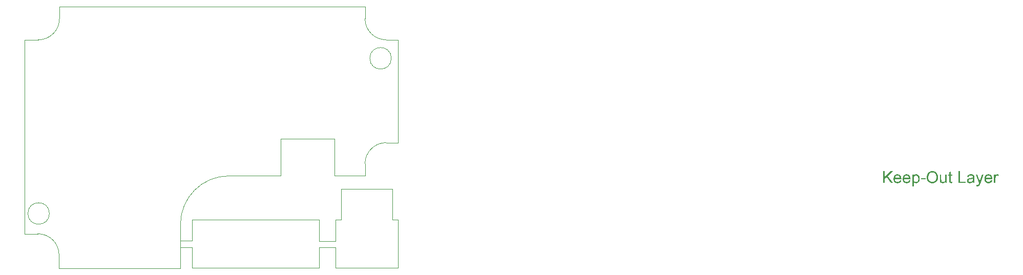
<source format=gko>
%FSLAX25Y25*%
%MOIN*%
G70*
G01*
G75*
G04 Layer_Color=16711935*
%ADD10R,0.02362X0.03543*%
%ADD11R,0.03543X0.02362*%
%ADD12R,0.03937X0.04331*%
%ADD13R,0.06299X0.13780*%
%ADD14R,0.05000X0.03600*%
%ADD15R,0.03600X0.03600*%
%ADD16R,0.06693X0.01750*%
%ADD17R,0.08661X0.05118*%
%ADD18R,0.06299X0.07874*%
%ADD19O,0.04921X0.01772*%
%ADD20R,0.06102X0.01378*%
%ADD21C,0.01000*%
%ADD22C,0.00800*%
%ADD23C,0.02500*%
%ADD24C,0.02000*%
%ADD25C,0.08000*%
%ADD26C,0.07000*%
%ADD27C,0.10000*%
%ADD28R,0.07000X0.07000*%
%ADD29C,0.04724*%
%ADD30C,0.05906*%
%ADD31R,0.07000X0.07000*%
%ADD32C,0.08661*%
%ADD33C,0.07874*%
G04:AMPARAMS|DCode=34|XSize=118.11mil|YSize=39.37mil|CornerRadius=19.69mil|HoleSize=0mil|Usage=FLASHONLY|Rotation=0.000|XOffset=0mil|YOffset=0mil|HoleType=Round|Shape=RoundedRectangle|*
%AMROUNDEDRECTD34*
21,1,0.11811,0.00000,0,0,0.0*
21,1,0.07874,0.03937,0,0,0.0*
1,1,0.03937,0.03937,0.00000*
1,1,0.03937,-0.03937,0.00000*
1,1,0.03937,-0.03937,0.00000*
1,1,0.03937,0.03937,0.00000*
%
%ADD34ROUNDEDRECTD34*%
%ADD35O,0.15748X0.03937*%
G04:AMPARAMS|DCode=36|XSize=118.11mil|YSize=39.37mil|CornerRadius=19.69mil|HoleSize=0mil|Usage=FLASHONLY|Rotation=90.000|XOffset=0mil|YOffset=0mil|HoleType=Round|Shape=RoundedRectangle|*
%AMROUNDEDRECTD36*
21,1,0.11811,0.00000,0,0,90.0*
21,1,0.07874,0.03937,0,0,90.0*
1,1,0.03937,0.00000,0.03937*
1,1,0.03937,0.00000,-0.03937*
1,1,0.03937,0.00000,-0.03937*
1,1,0.03937,0.00000,0.03937*
%
%ADD36ROUNDEDRECTD36*%
%ADD37C,0.05512*%
%ADD38C,0.17716*%
%ADD39C,0.07874*%
%ADD40C,0.03937*%
%ADD41C,0.03150*%
%ADD42R,0.05118X0.05906*%
%ADD43R,0.05315X0.02953*%
%ADD44C,0.01200*%
%ADD45C,0.00787*%
%ADD46C,0.01500*%
%ADD47C,0.00394*%
%ADD48C,0.00700*%
%ADD49C,0.00591*%
%ADD50R,0.03162X0.04343*%
%ADD51R,0.04343X0.03162*%
%ADD52R,0.04737X0.05131*%
%ADD53R,0.07099X0.14579*%
%ADD54R,0.05800X0.04400*%
%ADD55R,0.04400X0.04400*%
%ADD56R,0.07493X0.02550*%
%ADD57R,0.09461X0.05918*%
%ADD58R,0.07099X0.08674*%
%ADD59O,0.05721X0.02572*%
%ADD60R,0.06902X0.02178*%
%ADD61C,0.08800*%
%ADD62C,0.07800*%
%ADD63C,0.10800*%
%ADD64R,0.07800X0.07800*%
%ADD65C,0.05524*%
%ADD66C,0.06706*%
%ADD67R,0.07800X0.07800*%
%ADD68C,0.09461*%
%ADD69C,0.08674*%
G04:AMPARAMS|DCode=70|XSize=126.11mil|YSize=47.37mil|CornerRadius=23.69mil|HoleSize=0mil|Usage=FLASHONLY|Rotation=0.000|XOffset=0mil|YOffset=0mil|HoleType=Round|Shape=RoundedRectangle|*
%AMROUNDEDRECTD70*
21,1,0.12611,0.00000,0,0,0.0*
21,1,0.07874,0.04737,0,0,0.0*
1,1,0.04737,0.03937,0.00000*
1,1,0.04737,-0.03937,0.00000*
1,1,0.04737,-0.03937,0.00000*
1,1,0.04737,0.03937,0.00000*
%
%ADD70ROUNDEDRECTD70*%
%ADD71O,0.16548X0.04737*%
G04:AMPARAMS|DCode=72|XSize=126.11mil|YSize=47.37mil|CornerRadius=23.69mil|HoleSize=0mil|Usage=FLASHONLY|Rotation=90.000|XOffset=0mil|YOffset=0mil|HoleType=Round|Shape=RoundedRectangle|*
%AMROUNDEDRECTD72*
21,1,0.12611,0.00000,0,0,90.0*
21,1,0.07874,0.04737,0,0,90.0*
1,1,0.04737,0.00000,0.03937*
1,1,0.04737,0.00000,-0.03937*
1,1,0.04737,0.00000,-0.03937*
1,1,0.04737,0.00000,0.03937*
%
%ADD72ROUNDEDRECTD72*%
%ADD73C,0.06312*%
%ADD74C,0.18517*%
%ADD75C,0.13874*%
%ADD76C,0.04737*%
%ADD77R,0.05918X0.06706*%
%ADD78R,0.06115X0.03753*%
%ADD79C,0.00965*%
G36*
X599994Y47743D02*
X603782D01*
Y46832D01*
X598971D01*
Y54520D01*
X599994D01*
Y47743D01*
D02*
G37*
G36*
X594016Y52409D02*
X594972D01*
Y51676D01*
X594016D01*
Y48399D01*
Y48377D01*
Y48332D01*
Y48265D01*
X594028Y48188D01*
X594039Y48010D01*
X594050Y47932D01*
X594061Y47877D01*
X594072Y47854D01*
X594105Y47810D01*
X594150Y47754D01*
X594227Y47699D01*
X594250Y47688D01*
X594305Y47666D01*
X594405Y47643D01*
X594550Y47632D01*
X594661D01*
X594716Y47643D01*
X594794D01*
X594883Y47654D01*
X594972Y47666D01*
X595094Y46832D01*
X595072D01*
X595027Y46821D01*
X594950Y46810D01*
X594850Y46799D01*
X594738Y46777D01*
X594616Y46766D01*
X594372Y46755D01*
X594283D01*
X594194Y46766D01*
X594083Y46777D01*
X593950Y46788D01*
X593816Y46821D01*
X593694Y46854D01*
X593572Y46910D01*
X593561Y46921D01*
X593528Y46943D01*
X593483Y46977D01*
X593416Y47032D01*
X593361Y47088D01*
X593294Y47166D01*
X593227Y47243D01*
X593183Y47343D01*
Y47355D01*
X593161Y47399D01*
X593150Y47477D01*
X593127Y47588D01*
X593105Y47732D01*
X593094Y47821D01*
Y47921D01*
X593083Y48043D01*
X593072Y48166D01*
Y48299D01*
Y48454D01*
Y51676D01*
X592372D01*
Y52409D01*
X593072D01*
Y53787D01*
X594016Y54354D01*
Y52409D01*
D02*
G37*
G36*
X591439Y46832D02*
X590594D01*
Y47643D01*
X590583Y47632D01*
X590561Y47599D01*
X590528Y47554D01*
X590472Y47499D01*
X590406Y47432D01*
X590328Y47343D01*
X590239Y47266D01*
X590128Y47177D01*
X590006Y47088D01*
X589872Y47010D01*
X589728Y46932D01*
X589572Y46854D01*
X589395Y46799D01*
X589217Y46755D01*
X589017Y46721D01*
X588817Y46710D01*
X588739D01*
X588639Y46721D01*
X588517Y46732D01*
X588373Y46755D01*
X588217Y46788D01*
X588061Y46832D01*
X587895Y46899D01*
X587873Y46910D01*
X587828Y46932D01*
X587750Y46977D01*
X587661Y47032D01*
X587550Y47099D01*
X587450Y47177D01*
X587350Y47266D01*
X587261Y47366D01*
X587250Y47377D01*
X587228Y47421D01*
X587195Y47477D01*
X587150Y47565D01*
X587095Y47666D01*
X587050Y47788D01*
X587006Y47921D01*
X586973Y48066D01*
Y48077D01*
X586962Y48121D01*
X586950Y48188D01*
Y48277D01*
X586939Y48410D01*
X586928Y48554D01*
X586917Y48743D01*
Y48954D01*
Y52409D01*
X587861D01*
Y49310D01*
Y49299D01*
Y49277D01*
Y49243D01*
Y49188D01*
Y49065D01*
X587873Y48910D01*
Y48743D01*
X587884Y48577D01*
X587895Y48432D01*
X587917Y48310D01*
Y48299D01*
X587939Y48254D01*
X587961Y48188D01*
X587995Y48099D01*
X588050Y48010D01*
X588117Y47910D01*
X588195Y47821D01*
X588295Y47732D01*
X588306Y47721D01*
X588350Y47699D01*
X588406Y47666D01*
X588495Y47632D01*
X588595Y47588D01*
X588717Y47554D01*
X588850Y47532D01*
X589006Y47521D01*
X589083D01*
X589161Y47532D01*
X589261Y47543D01*
X589384Y47577D01*
X589517Y47610D01*
X589661Y47666D01*
X589806Y47732D01*
X589828Y47743D01*
X589872Y47777D01*
X589939Y47821D01*
X590017Y47888D01*
X590106Y47977D01*
X590195Y48077D01*
X590272Y48188D01*
X590339Y48321D01*
X590350Y48343D01*
X590361Y48388D01*
X590383Y48477D01*
X590417Y48599D01*
X590450Y48754D01*
X590472Y48943D01*
X590483Y49165D01*
X590494Y49421D01*
Y52409D01*
X591439D01*
Y46832D01*
D02*
G37*
G36*
X607471Y52521D02*
X607637Y52509D01*
X607826Y52487D01*
X608015Y52454D01*
X608204Y52409D01*
X608382Y52354D01*
X608404Y52343D01*
X608459Y52321D01*
X608537Y52287D01*
X608637Y52243D01*
X608748Y52176D01*
X608859Y52109D01*
X608959Y52021D01*
X609048Y51932D01*
X609059Y51921D01*
X609082Y51887D01*
X609115Y51832D01*
X609159Y51765D01*
X609215Y51665D01*
X609259Y51565D01*
X609304Y51443D01*
X609337Y51298D01*
Y51287D01*
X609348Y51254D01*
X609359Y51187D01*
X609370Y51099D01*
Y50976D01*
X609381Y50832D01*
X609393Y50643D01*
Y50432D01*
Y49165D01*
Y49154D01*
Y49110D01*
Y49043D01*
Y48954D01*
Y48854D01*
Y48732D01*
X609404Y48465D01*
Y48188D01*
X609415Y47910D01*
X609426Y47788D01*
Y47677D01*
X609437Y47577D01*
X609448Y47499D01*
Y47488D01*
X609459Y47443D01*
X609470Y47377D01*
X609504Y47288D01*
X609526Y47188D01*
X609570Y47077D01*
X609626Y46955D01*
X609681Y46832D01*
X608693D01*
X608681Y46843D01*
X608670Y46888D01*
X608648Y46943D01*
X608615Y47032D01*
X608581Y47132D01*
X608559Y47254D01*
X608537Y47388D01*
X608515Y47532D01*
X608504D01*
X608493Y47510D01*
X608426Y47454D01*
X608326Y47377D01*
X608193Y47277D01*
X608026Y47177D01*
X607859Y47066D01*
X607682Y46966D01*
X607493Y46888D01*
X607471Y46877D01*
X607404Y46866D01*
X607304Y46832D01*
X607182Y46799D01*
X607026Y46766D01*
X606848Y46743D01*
X606648Y46721D01*
X606448Y46710D01*
X606360D01*
X606293Y46721D01*
X606215D01*
X606126Y46732D01*
X605926Y46766D01*
X605704Y46821D01*
X605460Y46899D01*
X605237Y47010D01*
X605037Y47155D01*
X605015Y47177D01*
X604960Y47232D01*
X604882Y47332D01*
X604793Y47466D01*
X604704Y47632D01*
X604626Y47821D01*
X604571Y48054D01*
X604560Y48166D01*
X604549Y48299D01*
Y48321D01*
Y48366D01*
X604560Y48443D01*
X604571Y48543D01*
X604593Y48665D01*
X604626Y48788D01*
X604671Y48921D01*
X604726Y49043D01*
X604738Y49054D01*
X604760Y49099D01*
X604804Y49165D01*
X604860Y49243D01*
X604926Y49332D01*
X605015Y49421D01*
X605104Y49510D01*
X605215Y49588D01*
X605226Y49599D01*
X605271Y49621D01*
X605326Y49665D01*
X605415Y49710D01*
X605515Y49754D01*
X605637Y49810D01*
X605760Y49854D01*
X605904Y49899D01*
X605915D01*
X605960Y49910D01*
X606026Y49932D01*
X606115Y49943D01*
X606226Y49965D01*
X606371Y49988D01*
X606537Y50021D01*
X606737Y50043D01*
X606748D01*
X606793Y50054D01*
X606848D01*
X606926Y50065D01*
X607015Y50076D01*
X607126Y50099D01*
X607248Y50110D01*
X607382Y50132D01*
X607648Y50187D01*
X607937Y50243D01*
X608193Y50310D01*
X608315Y50343D01*
X608426Y50376D01*
Y50388D01*
Y50410D01*
X608437Y50476D01*
Y50554D01*
Y50599D01*
Y50621D01*
Y50632D01*
Y50643D01*
Y50710D01*
X608426Y50821D01*
X608404Y50943D01*
X608370Y51076D01*
X608315Y51210D01*
X608248Y51332D01*
X608159Y51432D01*
X608148Y51443D01*
X608093Y51487D01*
X608004Y51532D01*
X607893Y51599D01*
X607737Y51654D01*
X607559Y51710D01*
X607337Y51743D01*
X607082Y51754D01*
X606971D01*
X606859Y51743D01*
X606704Y51721D01*
X606548Y51698D01*
X606382Y51654D01*
X606226Y51599D01*
X606093Y51521D01*
X606082Y51510D01*
X606037Y51476D01*
X605982Y51421D01*
X605915Y51332D01*
X605849Y51221D01*
X605771Y51076D01*
X605704Y50898D01*
X605637Y50699D01*
X604715Y50821D01*
Y50832D01*
X604726Y50843D01*
Y50876D01*
X604738Y50921D01*
X604771Y51021D01*
X604815Y51165D01*
X604871Y51310D01*
X604938Y51465D01*
X605026Y51621D01*
X605126Y51765D01*
X605137Y51776D01*
X605182Y51821D01*
X605248Y51887D01*
X605337Y51976D01*
X605460Y52065D01*
X605604Y52154D01*
X605771Y52254D01*
X605960Y52332D01*
X605971D01*
X605982Y52343D01*
X606015Y52354D01*
X606060Y52365D01*
X606171Y52398D01*
X606326Y52432D01*
X606504Y52465D01*
X606726Y52498D01*
X606959Y52521D01*
X607226Y52532D01*
X607348D01*
X607471Y52521D01*
D02*
G37*
G36*
X559542D02*
X559631Y52509D01*
X559742Y52487D01*
X559864Y52465D01*
X560009Y52432D01*
X560142Y52398D01*
X560297Y52343D01*
X560442Y52287D01*
X560598Y52210D01*
X560753Y52121D01*
X560909Y52021D01*
X561053Y51898D01*
X561186Y51765D01*
X561197Y51754D01*
X561220Y51732D01*
X561253Y51687D01*
X561297Y51621D01*
X561353Y51543D01*
X561409Y51454D01*
X561475Y51343D01*
X561542Y51210D01*
X561609Y51065D01*
X561675Y50910D01*
X561731Y50732D01*
X561786Y50543D01*
X561831Y50332D01*
X561864Y50110D01*
X561886Y49876D01*
X561897Y49621D01*
Y49610D01*
Y49565D01*
Y49488D01*
X561886Y49376D01*
X557720D01*
Y49365D01*
Y49332D01*
X557731Y49288D01*
Y49221D01*
X557742Y49143D01*
X557764Y49054D01*
X557798Y48854D01*
X557864Y48632D01*
X557953Y48388D01*
X558076Y48166D01*
X558231Y47965D01*
X558242D01*
X558253Y47943D01*
X558320Y47888D01*
X558420Y47810D01*
X558553Y47732D01*
X558731Y47643D01*
X558931Y47565D01*
X559153Y47510D01*
X559275Y47499D01*
X559409Y47488D01*
X559498D01*
X559598Y47499D01*
X559720Y47521D01*
X559853Y47554D01*
X560009Y47599D01*
X560153Y47666D01*
X560297Y47754D01*
X560309Y47765D01*
X560364Y47810D01*
X560431Y47877D01*
X560509Y47965D01*
X560598Y48088D01*
X560698Y48243D01*
X560797Y48421D01*
X560886Y48632D01*
X561864Y48510D01*
Y48499D01*
X561853Y48477D01*
X561842Y48432D01*
X561820Y48366D01*
X561786Y48299D01*
X561753Y48210D01*
X561664Y48021D01*
X561553Y47810D01*
X561397Y47588D01*
X561220Y47377D01*
X560997Y47177D01*
X560986D01*
X560964Y47155D01*
X560931Y47132D01*
X560886Y47099D01*
X560820Y47066D01*
X560753Y47032D01*
X560664Y46988D01*
X560564Y46943D01*
X560453Y46899D01*
X560342Y46854D01*
X560064Y46788D01*
X559753Y46732D01*
X559409Y46710D01*
X559286D01*
X559209Y46721D01*
X559109Y46732D01*
X558987Y46755D01*
X558853Y46777D01*
X558709Y46799D01*
X558398Y46888D01*
X558231Y46955D01*
X558076Y47021D01*
X557909Y47110D01*
X557753Y47210D01*
X557609Y47321D01*
X557464Y47454D01*
X557453Y47466D01*
X557431Y47488D01*
X557398Y47532D01*
X557353Y47599D01*
X557298Y47677D01*
X557242Y47765D01*
X557176Y47877D01*
X557109Y47999D01*
X557042Y48143D01*
X556976Y48299D01*
X556920Y48477D01*
X556865Y48665D01*
X556820Y48865D01*
X556787Y49088D01*
X556765Y49321D01*
X556753Y49565D01*
Y49576D01*
Y49632D01*
Y49699D01*
X556765Y49799D01*
X556776Y49921D01*
X556787Y50054D01*
X556809Y50210D01*
X556842Y50365D01*
X556931Y50721D01*
X556987Y50898D01*
X557053Y51087D01*
X557142Y51265D01*
X557242Y51432D01*
X557353Y51599D01*
X557476Y51754D01*
X557487Y51765D01*
X557509Y51787D01*
X557553Y51821D01*
X557609Y51876D01*
X557676Y51932D01*
X557764Y51998D01*
X557864Y52076D01*
X557987Y52143D01*
X558109Y52221D01*
X558253Y52287D01*
X558409Y52354D01*
X558575Y52409D01*
X558753Y52465D01*
X558942Y52498D01*
X559142Y52521D01*
X559353Y52532D01*
X559464D01*
X559542Y52521D01*
D02*
G37*
G36*
X582251Y54643D02*
X582351D01*
X582451Y54632D01*
X582584Y54609D01*
X582718Y54587D01*
X583006Y54532D01*
X583340Y54443D01*
X583662Y54309D01*
X583828Y54232D01*
X583995Y54143D01*
X584006Y54132D01*
X584028Y54120D01*
X584073Y54087D01*
X584139Y54054D01*
X584206Y53998D01*
X584295Y53932D01*
X584484Y53776D01*
X584684Y53576D01*
X584906Y53332D01*
X585117Y53043D01*
X585295Y52721D01*
Y52710D01*
X585317Y52676D01*
X585339Y52632D01*
X585362Y52565D01*
X585406Y52476D01*
X585439Y52376D01*
X585484Y52254D01*
X585528Y52121D01*
X585562Y51976D01*
X585606Y51821D01*
X585650Y51643D01*
X585684Y51465D01*
X585728Y51076D01*
X585750Y50654D01*
Y50643D01*
Y50599D01*
Y50543D01*
X585739Y50454D01*
Y50354D01*
X585728Y50232D01*
X585706Y50099D01*
X585695Y49954D01*
X585639Y49632D01*
X585550Y49277D01*
X585428Y48921D01*
X585362Y48743D01*
X585273Y48565D01*
Y48554D01*
X585251Y48521D01*
X585228Y48477D01*
X585184Y48410D01*
X585140Y48332D01*
X585084Y48254D01*
X584928Y48043D01*
X584739Y47821D01*
X584517Y47588D01*
X584251Y47366D01*
X583940Y47166D01*
X583928D01*
X583906Y47143D01*
X583851Y47121D01*
X583784Y47088D01*
X583706Y47054D01*
X583617Y47021D01*
X583506Y46977D01*
X583384Y46932D01*
X583251Y46888D01*
X583106Y46843D01*
X582784Y46777D01*
X582440Y46721D01*
X582073Y46699D01*
X581962D01*
X581895Y46710D01*
X581795D01*
X581684Y46732D01*
X581562Y46743D01*
X581418Y46766D01*
X581118Y46832D01*
X580795Y46921D01*
X580462Y47054D01*
X580296Y47132D01*
X580129Y47221D01*
X580118Y47232D01*
X580095Y47243D01*
X580051Y47277D01*
X579984Y47321D01*
X579918Y47366D01*
X579840Y47432D01*
X579651Y47599D01*
X579440Y47799D01*
X579218Y48043D01*
X579018Y48321D01*
X578829Y48643D01*
Y48654D01*
X578807Y48688D01*
X578785Y48732D01*
X578762Y48799D01*
X578729Y48888D01*
X578696Y48988D01*
X578651Y49099D01*
X578618Y49221D01*
X578573Y49365D01*
X578529Y49510D01*
X578462Y49843D01*
X578418Y50187D01*
X578396Y50565D01*
Y50576D01*
Y50587D01*
Y50654D01*
X578407Y50754D01*
Y50887D01*
X578429Y51043D01*
X578451Y51232D01*
X578485Y51443D01*
X578529Y51665D01*
X578573Y51898D01*
X578640Y52143D01*
X578729Y52387D01*
X578829Y52643D01*
X578940Y52887D01*
X579084Y53132D01*
X579240Y53354D01*
X579418Y53565D01*
X579429Y53576D01*
X579462Y53609D01*
X579529Y53665D01*
X579607Y53732D01*
X579707Y53821D01*
X579829Y53909D01*
X579973Y54009D01*
X580140Y54109D01*
X580318Y54209D01*
X580518Y54309D01*
X580740Y54398D01*
X580973Y54487D01*
X581229Y54554D01*
X581495Y54609D01*
X581773Y54643D01*
X582073Y54654D01*
X582173D01*
X582251Y54643D01*
D02*
G37*
G36*
X618692Y52521D02*
X618781Y52509D01*
X618892Y52487D01*
X619014Y52465D01*
X619158Y52432D01*
X619292Y52398D01*
X619447Y52343D01*
X619592Y52287D01*
X619747Y52210D01*
X619903Y52121D01*
X620058Y52021D01*
X620203Y51898D01*
X620336Y51765D01*
X620347Y51754D01*
X620369Y51732D01*
X620403Y51687D01*
X620447Y51621D01*
X620503Y51543D01*
X620558Y51454D01*
X620625Y51343D01*
X620691Y51210D01*
X620758Y51065D01*
X620825Y50910D01*
X620880Y50732D01*
X620936Y50543D01*
X620980Y50332D01*
X621014Y50110D01*
X621036Y49876D01*
X621047Y49621D01*
Y49610D01*
Y49565D01*
Y49488D01*
X621036Y49376D01*
X616870D01*
Y49365D01*
Y49332D01*
X616881Y49288D01*
Y49221D01*
X616892Y49143D01*
X616914Y49054D01*
X616947Y48854D01*
X617014Y48632D01*
X617103Y48388D01*
X617225Y48166D01*
X617381Y47965D01*
X617392D01*
X617403Y47943D01*
X617470Y47888D01*
X617569Y47810D01*
X617703Y47732D01*
X617881Y47643D01*
X618081Y47565D01*
X618303Y47510D01*
X618425Y47499D01*
X618558Y47488D01*
X618647D01*
X618747Y47499D01*
X618869Y47521D01*
X619003Y47554D01*
X619158Y47599D01*
X619303Y47666D01*
X619447Y47754D01*
X619458Y47765D01*
X619514Y47810D01*
X619581Y47877D01*
X619658Y47965D01*
X619747Y48088D01*
X619847Y48243D01*
X619947Y48421D01*
X620036Y48632D01*
X621014Y48510D01*
Y48499D01*
X621002Y48477D01*
X620991Y48432D01*
X620969Y48366D01*
X620936Y48299D01*
X620902Y48210D01*
X620814Y48021D01*
X620703Y47810D01*
X620547Y47588D01*
X620369Y47377D01*
X620147Y47177D01*
X620136D01*
X620114Y47155D01*
X620080Y47132D01*
X620036Y47099D01*
X619969Y47066D01*
X619903Y47032D01*
X619814Y46988D01*
X619714Y46943D01*
X619603Y46899D01*
X619492Y46854D01*
X619214Y46788D01*
X618903Y46732D01*
X618558Y46710D01*
X618436D01*
X618358Y46721D01*
X618258Y46732D01*
X618136Y46755D01*
X618003Y46777D01*
X617858Y46799D01*
X617547Y46888D01*
X617381Y46955D01*
X617225Y47021D01*
X617059Y47110D01*
X616903Y47210D01*
X616758Y47321D01*
X616614Y47454D01*
X616603Y47466D01*
X616581Y47488D01*
X616547Y47532D01*
X616503Y47599D01*
X616447Y47677D01*
X616392Y47765D01*
X616325Y47877D01*
X616259Y47999D01*
X616192Y48143D01*
X616125Y48299D01*
X616070Y48477D01*
X616014Y48665D01*
X615970Y48865D01*
X615936Y49088D01*
X615914Y49321D01*
X615903Y49565D01*
Y49576D01*
Y49632D01*
Y49699D01*
X615914Y49799D01*
X615925Y49921D01*
X615936Y50054D01*
X615959Y50210D01*
X615992Y50365D01*
X616081Y50721D01*
X616136Y50898D01*
X616203Y51087D01*
X616292Y51265D01*
X616392Y51432D01*
X616503Y51599D01*
X616625Y51754D01*
X616636Y51765D01*
X616658Y51787D01*
X616703Y51821D01*
X616758Y51876D01*
X616825Y51932D01*
X616914Y51998D01*
X617014Y52076D01*
X617136Y52143D01*
X617259Y52221D01*
X617403Y52287D01*
X617558Y52354D01*
X617725Y52409D01*
X617903Y52465D01*
X618092Y52498D01*
X618292Y52521D01*
X618503Y52532D01*
X618614D01*
X618692Y52521D01*
D02*
G37*
G36*
X565519D02*
X565608Y52509D01*
X565719Y52487D01*
X565841Y52465D01*
X565986Y52432D01*
X566119Y52398D01*
X566275Y52343D01*
X566419Y52287D01*
X566575Y52210D01*
X566730Y52121D01*
X566886Y52021D01*
X567030Y51898D01*
X567164Y51765D01*
X567175Y51754D01*
X567197Y51732D01*
X567230Y51687D01*
X567275Y51621D01*
X567330Y51543D01*
X567386Y51454D01*
X567452Y51343D01*
X567519Y51210D01*
X567586Y51065D01*
X567652Y50910D01*
X567708Y50732D01*
X567763Y50543D01*
X567808Y50332D01*
X567841Y50110D01*
X567863Y49876D01*
X567874Y49621D01*
Y49610D01*
Y49565D01*
Y49488D01*
X567863Y49376D01*
X563697D01*
Y49365D01*
Y49332D01*
X563708Y49288D01*
Y49221D01*
X563719Y49143D01*
X563742Y49054D01*
X563775Y48854D01*
X563842Y48632D01*
X563931Y48388D01*
X564053Y48166D01*
X564208Y47965D01*
X564219D01*
X564230Y47943D01*
X564297Y47888D01*
X564397Y47810D01*
X564530Y47732D01*
X564708Y47643D01*
X564908Y47565D01*
X565130Y47510D01*
X565252Y47499D01*
X565386Y47488D01*
X565475D01*
X565575Y47499D01*
X565697Y47521D01*
X565830Y47554D01*
X565986Y47599D01*
X566130Y47666D01*
X566275Y47754D01*
X566286Y47765D01*
X566341Y47810D01*
X566408Y47877D01*
X566486Y47965D01*
X566575Y48088D01*
X566675Y48243D01*
X566775Y48421D01*
X566863Y48632D01*
X567841Y48510D01*
Y48499D01*
X567830Y48477D01*
X567819Y48432D01*
X567797Y48366D01*
X567763Y48299D01*
X567730Y48210D01*
X567641Y48021D01*
X567530Y47810D01*
X567375Y47588D01*
X567197Y47377D01*
X566975Y47177D01*
X566963D01*
X566941Y47155D01*
X566908Y47132D01*
X566863Y47099D01*
X566797Y47066D01*
X566730Y47032D01*
X566641Y46988D01*
X566541Y46943D01*
X566430Y46899D01*
X566319Y46854D01*
X566041Y46788D01*
X565730Y46732D01*
X565386Y46710D01*
X565264D01*
X565186Y46721D01*
X565086Y46732D01*
X564964Y46755D01*
X564830Y46777D01*
X564686Y46799D01*
X564375Y46888D01*
X564208Y46955D01*
X564053Y47021D01*
X563886Y47110D01*
X563730Y47210D01*
X563586Y47321D01*
X563442Y47454D01*
X563431Y47466D01*
X563408Y47488D01*
X563375Y47532D01*
X563331Y47599D01*
X563275Y47677D01*
X563219Y47765D01*
X563153Y47877D01*
X563086Y47999D01*
X563019Y48143D01*
X562953Y48299D01*
X562897Y48477D01*
X562842Y48665D01*
X562797Y48865D01*
X562764Y49088D01*
X562742Y49321D01*
X562731Y49565D01*
Y49576D01*
Y49632D01*
Y49699D01*
X562742Y49799D01*
X562753Y49921D01*
X562764Y50054D01*
X562786Y50210D01*
X562819Y50365D01*
X562908Y50721D01*
X562964Y50898D01*
X563031Y51087D01*
X563119Y51265D01*
X563219Y51432D01*
X563331Y51599D01*
X563453Y51754D01*
X563464Y51765D01*
X563486Y51787D01*
X563530Y51821D01*
X563586Y51876D01*
X563653Y51932D01*
X563742Y51998D01*
X563842Y52076D01*
X563964Y52143D01*
X564086Y52221D01*
X564230Y52287D01*
X564386Y52354D01*
X564553Y52409D01*
X564730Y52465D01*
X564919Y52498D01*
X565119Y52521D01*
X565330Y52532D01*
X565441D01*
X565519Y52521D01*
D02*
G37*
G36*
X552976Y51398D02*
X556342Y46832D01*
X554998D01*
X552265Y50710D01*
X551010Y49499D01*
Y46832D01*
X549987D01*
Y54520D01*
X551010D01*
Y50699D01*
X554809Y54520D01*
X556198D01*
X552976Y51398D01*
D02*
G37*
G36*
X577551Y49143D02*
X574629D01*
Y50087D01*
X577551D01*
Y49143D01*
D02*
G37*
G36*
X624424Y52521D02*
X624547Y52498D01*
X624691Y52454D01*
X624847Y52398D01*
X625024Y52321D01*
X625213Y52221D01*
X624869Y51354D01*
X624858Y51365D01*
X624813Y51387D01*
X624747Y51421D01*
X624658Y51454D01*
X624558Y51487D01*
X624436Y51521D01*
X624313Y51543D01*
X624191Y51554D01*
X624135D01*
X624080Y51543D01*
X624002Y51532D01*
X623924Y51510D01*
X623825Y51476D01*
X623725Y51432D01*
X623636Y51365D01*
X623625Y51354D01*
X623591Y51332D01*
X623558Y51287D01*
X623502Y51232D01*
X623447Y51154D01*
X623391Y51065D01*
X623336Y50965D01*
X623291Y50843D01*
X623280Y50821D01*
X623269Y50754D01*
X623247Y50654D01*
X623213Y50521D01*
X623180Y50354D01*
X623158Y50165D01*
X623147Y49965D01*
X623136Y49743D01*
Y46832D01*
X622191D01*
Y52409D01*
X623047D01*
Y51565D01*
X623058Y51576D01*
X623102Y51654D01*
X623158Y51754D01*
X623247Y51876D01*
X623336Y51998D01*
X623436Y52132D01*
X623536Y52243D01*
X623636Y52332D01*
X623647Y52343D01*
X623680Y52365D01*
X623747Y52398D01*
X623813Y52432D01*
X623902Y52465D01*
X624013Y52498D01*
X624124Y52521D01*
X624247Y52532D01*
X624324D01*
X624424Y52521D01*
D02*
G37*
G36*
X571674D02*
X571752Y52509D01*
X571918Y52487D01*
X572119Y52443D01*
X572330Y52376D01*
X572541Y52276D01*
X572752Y52154D01*
X572763D01*
X572774Y52132D01*
X572841Y52087D01*
X572941Y51998D01*
X573063Y51887D01*
X573196Y51743D01*
X573329Y51565D01*
X573463Y51354D01*
X573574Y51121D01*
Y51110D01*
X573585Y51087D01*
X573596Y51054D01*
X573618Y51010D01*
X573641Y50943D01*
X573663Y50865D01*
X573718Y50687D01*
X573774Y50465D01*
X573818Y50221D01*
X573852Y49943D01*
X573863Y49654D01*
Y49643D01*
Y49621D01*
Y49576D01*
Y49510D01*
X573852Y49432D01*
Y49343D01*
X573830Y49143D01*
X573785Y48899D01*
X573730Y48643D01*
X573652Y48377D01*
X573552Y48110D01*
Y48099D01*
X573541Y48077D01*
X573518Y48043D01*
X573496Y47999D01*
X573418Y47877D01*
X573318Y47721D01*
X573196Y47554D01*
X573041Y47388D01*
X572863Y47221D01*
X572652Y47066D01*
X572641D01*
X572630Y47054D01*
X572596Y47032D01*
X572552Y47010D01*
X572441Y46955D01*
X572285Y46888D01*
X572096Y46821D01*
X571896Y46766D01*
X571663Y46721D01*
X571430Y46710D01*
X571352D01*
X571263Y46721D01*
X571152Y46732D01*
X571019Y46755D01*
X570874Y46788D01*
X570730Y46832D01*
X570585Y46899D01*
X570574Y46910D01*
X570519Y46932D01*
X570452Y46977D01*
X570363Y47043D01*
X570274Y47110D01*
X570163Y47199D01*
X570063Y47299D01*
X569974Y47410D01*
Y44699D01*
X569030D01*
Y52409D01*
X569885D01*
Y51676D01*
X569897Y51698D01*
X569941Y51743D01*
X569997Y51821D01*
X570085Y51910D01*
X570185Y52021D01*
X570296Y52121D01*
X570430Y52221D01*
X570563Y52310D01*
X570585Y52321D01*
X570630Y52343D01*
X570719Y52376D01*
X570830Y52421D01*
X570963Y52465D01*
X571119Y52498D01*
X571296Y52521D01*
X571496Y52532D01*
X571619D01*
X571674Y52521D01*
D02*
G37*
G36*
X613292Y46743D02*
Y46732D01*
X613281Y46699D01*
X613259Y46654D01*
X613237Y46599D01*
X613203Y46521D01*
X613170Y46432D01*
X613092Y46244D01*
X613014Y46032D01*
X612926Y45821D01*
X612837Y45632D01*
X612792Y45555D01*
X612759Y45477D01*
X612748Y45455D01*
X612714Y45399D01*
X612659Y45321D01*
X612592Y45221D01*
X612503Y45110D01*
X612403Y44999D01*
X612303Y44888D01*
X612181Y44799D01*
X612170Y44788D01*
X612126Y44766D01*
X612059Y44732D01*
X611959Y44688D01*
X611848Y44644D01*
X611715Y44610D01*
X611570Y44588D01*
X611404Y44577D01*
X611359D01*
X611304Y44588D01*
X611226D01*
X611137Y44610D01*
X611037Y44633D01*
X610926Y44655D01*
X610804Y44699D01*
X610704Y45577D01*
X610715D01*
X610759Y45566D01*
X610815Y45555D01*
X610881Y45532D01*
X611059Y45499D01*
X611237Y45488D01*
X611292D01*
X611348Y45499D01*
X611415D01*
X611581Y45532D01*
X611659Y45566D01*
X611737Y45599D01*
X611748D01*
X611770Y45621D01*
X611803Y45643D01*
X611848Y45677D01*
X611948Y45766D01*
X612037Y45888D01*
Y45899D01*
X612059Y45921D01*
X612081Y45966D01*
X612103Y46032D01*
X612148Y46121D01*
X612192Y46255D01*
X612259Y46410D01*
X612326Y46599D01*
Y46610D01*
X612348Y46654D01*
X612370Y46732D01*
X612415Y46832D01*
X610304Y52409D01*
X611304D01*
X612470Y49176D01*
Y49165D01*
X612481Y49154D01*
X612492Y49121D01*
X612503Y49065D01*
X612526Y49010D01*
X612548Y48943D01*
X612603Y48788D01*
X612670Y48599D01*
X612737Y48377D01*
X612803Y48143D01*
X612870Y47888D01*
Y47899D01*
X612881Y47921D01*
X612892Y47954D01*
X612903Y47999D01*
X612915Y48054D01*
X612937Y48121D01*
X612981Y48288D01*
X613037Y48477D01*
X613114Y48699D01*
X613181Y48921D01*
X613270Y49154D01*
X614470Y52409D01*
X615414D01*
X613292Y46743D01*
D02*
G37*
%LPC*%
G36*
X618514Y51754D02*
X618447D01*
X618403Y51743D01*
X618281Y51732D01*
X618136Y51698D01*
X617958Y51643D01*
X617769Y51565D01*
X617592Y51454D01*
X617414Y51310D01*
X617392Y51287D01*
X617347Y51232D01*
X617270Y51132D01*
X617192Y50999D01*
X617103Y50843D01*
X617025Y50643D01*
X616959Y50410D01*
X616925Y50154D01*
X620047D01*
Y50165D01*
Y50187D01*
X620036Y50221D01*
Y50265D01*
X620014Y50399D01*
X619980Y50543D01*
X619925Y50721D01*
X619869Y50887D01*
X619780Y51054D01*
X619680Y51199D01*
Y51210D01*
X619658Y51221D01*
X619603Y51287D01*
X619503Y51376D01*
X619369Y51476D01*
X619203Y51576D01*
X619003Y51665D01*
X618769Y51732D01*
X618647Y51743D01*
X618514Y51754D01*
D02*
G37*
G36*
X565341D02*
X565275D01*
X565230Y51743D01*
X565108Y51732D01*
X564964Y51698D01*
X564786Y51643D01*
X564597Y51565D01*
X564419Y51454D01*
X564242Y51310D01*
X564219Y51287D01*
X564175Y51232D01*
X564097Y51132D01*
X564019Y50999D01*
X563931Y50843D01*
X563853Y50643D01*
X563786Y50410D01*
X563753Y50154D01*
X566875D01*
Y50165D01*
Y50187D01*
X566863Y50221D01*
Y50265D01*
X566841Y50399D01*
X566808Y50543D01*
X566752Y50721D01*
X566697Y50887D01*
X566608Y51054D01*
X566508Y51199D01*
Y51210D01*
X566486Y51221D01*
X566430Y51287D01*
X566330Y51376D01*
X566197Y51476D01*
X566030Y51576D01*
X565830Y51665D01*
X565597Y51732D01*
X565475Y51743D01*
X565341Y51754D01*
D02*
G37*
G36*
X571408Y51787D02*
X571352D01*
X571308Y51776D01*
X571196Y51754D01*
X571052Y51721D01*
X570885Y51654D01*
X570708Y51554D01*
X570608Y51487D01*
X570519Y51410D01*
X570430Y51321D01*
X570341Y51221D01*
Y51210D01*
X570319Y51199D01*
X570296Y51165D01*
X570274Y51121D01*
X570241Y51054D01*
X570196Y50987D01*
X570152Y50898D01*
X570119Y50810D01*
X570074Y50699D01*
X570030Y50576D01*
X569997Y50443D01*
X569952Y50299D01*
X569930Y50132D01*
X569908Y49965D01*
X569885Y49788D01*
Y49588D01*
Y49576D01*
Y49543D01*
Y49488D01*
X569897Y49410D01*
Y49321D01*
X569908Y49221D01*
X569941Y48988D01*
X569997Y48721D01*
X570063Y48465D01*
X570174Y48210D01*
X570241Y48099D01*
X570319Y47999D01*
X570341Y47977D01*
X570397Y47921D01*
X570485Y47832D01*
X570608Y47743D01*
X570763Y47654D01*
X570941Y47565D01*
X571141Y47510D01*
X571252Y47499D01*
X571363Y47488D01*
X571430D01*
X571474Y47499D01*
X571585Y47521D01*
X571741Y47554D01*
X571907Y47621D01*
X572085Y47710D01*
X572263Y47843D01*
X572352Y47921D01*
X572441Y48010D01*
Y48021D01*
X572463Y48032D01*
X572485Y48066D01*
X572507Y48110D01*
X572552Y48166D01*
X572585Y48243D01*
X572630Y48321D01*
X572674Y48421D01*
X572707Y48521D01*
X572752Y48654D01*
X572796Y48788D01*
X572830Y48932D01*
X572852Y49099D01*
X572874Y49277D01*
X572896Y49465D01*
Y49665D01*
Y49676D01*
Y49710D01*
Y49765D01*
X572885Y49843D01*
Y49932D01*
X572874Y50032D01*
X572841Y50265D01*
X572785Y50521D01*
X572707Y50776D01*
X572596Y51032D01*
X572530Y51154D01*
X572452Y51254D01*
Y51265D01*
X572430Y51276D01*
X572374Y51343D01*
X572285Y51421D01*
X572163Y51521D01*
X572007Y51621D01*
X571830Y51710D01*
X571630Y51765D01*
X571519Y51776D01*
X571408Y51787D01*
D02*
G37*
G36*
X582073Y53776D02*
X581973D01*
X581895Y53765D01*
X581795Y53754D01*
X581695Y53732D01*
X581573Y53709D01*
X581440Y53687D01*
X581151Y53598D01*
X580995Y53532D01*
X580840Y53465D01*
X580673Y53376D01*
X580518Y53276D01*
X580362Y53165D01*
X580218Y53032D01*
X580207Y53021D01*
X580184Y52998D01*
X580151Y52954D01*
X580095Y52887D01*
X580040Y52810D01*
X579973Y52710D01*
X579907Y52587D01*
X579829Y52443D01*
X579762Y52287D01*
X579684Y52098D01*
X579618Y51898D01*
X579562Y51676D01*
X579507Y51432D01*
X579473Y51154D01*
X579451Y50865D01*
X579440Y50554D01*
Y50543D01*
Y50499D01*
Y50421D01*
X579451Y50321D01*
X579462Y50210D01*
X579485Y50076D01*
X579507Y49921D01*
X579529Y49765D01*
X579618Y49410D01*
X579684Y49232D01*
X579751Y49043D01*
X579840Y48865D01*
X579940Y48688D01*
X580051Y48521D01*
X580184Y48366D01*
X580196Y48354D01*
X580218Y48332D01*
X580262Y48288D01*
X580318Y48243D01*
X580396Y48177D01*
X580484Y48110D01*
X580584Y48043D01*
X580695Y47965D01*
X580829Y47888D01*
X580973Y47821D01*
X581129Y47754D01*
X581295Y47688D01*
X581473Y47643D01*
X581651Y47599D01*
X581851Y47577D01*
X582062Y47565D01*
X582118D01*
X582173Y47577D01*
X582251D01*
X582351Y47588D01*
X582462Y47610D01*
X582595Y47632D01*
X582729Y47666D01*
X582884Y47710D01*
X583029Y47765D01*
X583195Y47821D01*
X583351Y47899D01*
X583506Y47999D01*
X583662Y48099D01*
X583817Y48221D01*
X583962Y48366D01*
X583973Y48377D01*
X583995Y48399D01*
X584028Y48454D01*
X584084Y48521D01*
X584139Y48599D01*
X584195Y48699D01*
X584262Y48821D01*
X584340Y48954D01*
X584406Y49110D01*
X584473Y49288D01*
X584528Y49477D01*
X584595Y49676D01*
X584640Y49899D01*
X584673Y50143D01*
X584695Y50399D01*
X584706Y50665D01*
Y50676D01*
Y50710D01*
Y50754D01*
Y50821D01*
X584695Y50898D01*
Y50999D01*
X584684Y51099D01*
X584662Y51221D01*
X584628Y51476D01*
X584573Y51743D01*
X584495Y52032D01*
X584384Y52298D01*
Y52310D01*
X584373Y52332D01*
X584351Y52365D01*
X584328Y52409D01*
X584251Y52543D01*
X584151Y52698D01*
X584017Y52876D01*
X583851Y53054D01*
X583662Y53232D01*
X583451Y53387D01*
X583440D01*
X583428Y53409D01*
X583395Y53421D01*
X583340Y53454D01*
X583284Y53476D01*
X583217Y53509D01*
X583051Y53587D01*
X582851Y53654D01*
X582618Y53720D01*
X582351Y53765D01*
X582073Y53776D01*
D02*
G37*
G36*
X559364Y51754D02*
X559298D01*
X559253Y51743D01*
X559131Y51732D01*
X558987Y51698D01*
X558809Y51643D01*
X558620Y51565D01*
X558442Y51454D01*
X558264Y51310D01*
X558242Y51287D01*
X558198Y51232D01*
X558120Y51132D01*
X558042Y50999D01*
X557953Y50843D01*
X557875Y50643D01*
X557809Y50410D01*
X557775Y50154D01*
X560897D01*
Y50165D01*
Y50187D01*
X560886Y50221D01*
Y50265D01*
X560864Y50399D01*
X560831Y50543D01*
X560775Y50721D01*
X560720Y50887D01*
X560631Y51054D01*
X560531Y51199D01*
Y51210D01*
X560509Y51221D01*
X560453Y51287D01*
X560353Y51376D01*
X560220Y51476D01*
X560053Y51576D01*
X559853Y51665D01*
X559620Y51732D01*
X559498Y51743D01*
X559364Y51754D01*
D02*
G37*
G36*
X608437Y49632D02*
X608426D01*
X608415Y49621D01*
X608382Y49610D01*
X608337Y49599D01*
X608282Y49576D01*
X608215Y49554D01*
X608137Y49532D01*
X608048Y49510D01*
X607948Y49477D01*
X607826Y49454D01*
X607704Y49421D01*
X607559Y49388D01*
X607404Y49354D01*
X607248Y49321D01*
X607071Y49299D01*
X606882Y49265D01*
X606859D01*
X606793Y49254D01*
X606682Y49232D01*
X606560Y49210D01*
X606426Y49188D01*
X606293Y49154D01*
X606171Y49121D01*
X606060Y49077D01*
X606048D01*
X606015Y49054D01*
X605971Y49032D01*
X605926Y48999D01*
X605793Y48910D01*
X605682Y48777D01*
Y48765D01*
X605660Y48743D01*
X605649Y48699D01*
X605626Y48643D01*
X605604Y48577D01*
X605582Y48510D01*
X605571Y48421D01*
X605560Y48332D01*
Y48321D01*
Y48265D01*
X605571Y48199D01*
X605593Y48110D01*
X605626Y48010D01*
X605682Y47910D01*
X605749Y47799D01*
X605837Y47699D01*
X605849Y47688D01*
X605893Y47666D01*
X605960Y47621D01*
X606048Y47577D01*
X606171Y47532D01*
X606315Y47488D01*
X606482Y47466D01*
X606682Y47454D01*
X606771D01*
X606882Y47466D01*
X607004Y47488D01*
X607160Y47510D01*
X607315Y47554D01*
X607482Y47610D01*
X607648Y47688D01*
X607670Y47699D01*
X607715Y47732D01*
X607793Y47788D01*
X607882Y47866D01*
X607982Y47954D01*
X608093Y48066D01*
X608182Y48199D01*
X608271Y48343D01*
X608282Y48354D01*
X608293Y48399D01*
X608315Y48477D01*
X608348Y48577D01*
X608382Y48710D01*
X608404Y48865D01*
X608415Y49054D01*
X608426Y49277D01*
X608437Y49632D01*
D02*
G37*
%LPD*%
D47*
X272Y140036D02*
G03*
X14052Y153815I0J13780D01*
G01*
X212871D02*
G03*
X226650Y140036I13780J0D01*
G01*
Y73107D02*
G03*
X212871Y59327I0J-13780D01*
G01*
X124288Y51453D02*
G03*
X92792Y19957I0J-31496D01*
G01*
X13780Y0D02*
G03*
X0Y13780I-13780J0D01*
G01*
X230000Y128000D02*
G03*
X230000Y128000I-7000J0D01*
G01*
X7500Y27000D02*
G03*
X7500Y27000I-7000J0D01*
G01*
X92792Y5058D02*
X92808D01*
X92792D02*
Y9436D01*
X100471Y9414D02*
Y22984D01*
Y-8512D02*
Y5058D01*
X193186Y68187D02*
Y68209D01*
Y68187D02*
Y75590D01*
X158146D02*
X193186D01*
X197513Y42870D02*
X215208D01*
X230570D01*
X139841Y22984D02*
X143778D01*
X177978Y161689D02*
X212871D01*
X14082Y161703D02*
X177978D01*
X212871Y153815D02*
Y161689D01*
X226650Y140036D02*
X234524D01*
Y73107D02*
Y140036D01*
X226650Y73107D02*
X234524D01*
X212871Y51453D02*
Y59327D01*
X13780Y-8586D02*
Y0D01*
X-8586Y13780D02*
X0D01*
X-8586D02*
Y140036D01*
X272D01*
X14082Y153829D02*
Y161703D01*
X13809Y-8573D02*
X92822D01*
X143778Y22984D02*
X183148D01*
X100471Y-8512D02*
X183148D01*
X100471Y22984D02*
X104408D01*
X139841D01*
X158146Y51476D02*
Y75590D01*
X193186Y51476D02*
Y68209D01*
X193576Y22934D02*
X197513D01*
X193576Y-8437D02*
Y-3882D01*
X197513Y22934D02*
Y42870D01*
X230570Y22934D02*
Y42870D01*
X234507Y-8437D02*
Y-3882D01*
Y22934D01*
X230570D02*
X234507D01*
X193576Y-8437D02*
X234507D01*
X193186Y51453D02*
X212871D01*
X124311Y51476D02*
X158146D01*
X92808Y5058D02*
X100471D01*
X92808Y-8573D02*
Y5058D01*
X183138Y4797D02*
X193581D01*
X183185Y8889D02*
X193581D01*
X183148Y22984D02*
X183185D01*
Y8889D02*
Y22984D01*
X183148Y-8512D02*
Y4797D01*
X193576Y-3882D02*
X193581D01*
Y4797D01*
X193576Y8889D02*
Y22934D01*
X92792Y9436D02*
Y19957D01*
X92798Y9414D02*
X100471D01*
M02*

</source>
